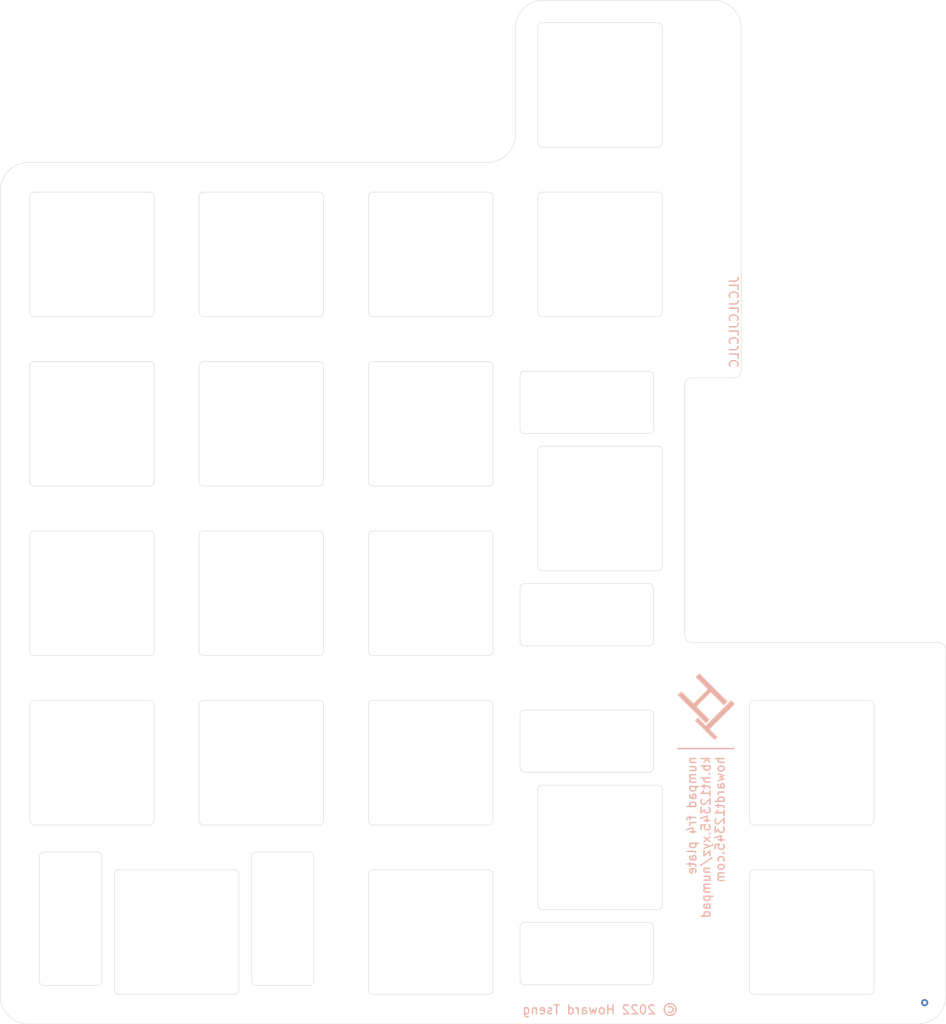
<source format=kicad_pcb>
(kicad_pcb (version 20171130) (host pcbnew "(5.1.10)-1")

  (general
    (thickness 1.6)
    (drawings 234)
    (tracks 1)
    (zones 0)
    (modules 1)
    (nets 1)
  )

  (page A3)
  (layers
    (0 F.Cu signal)
    (31 B.Cu signal)
    (32 B.Adhes user)
    (33 F.Adhes user)
    (34 B.Paste user)
    (35 F.Paste user)
    (36 B.SilkS user)
    (37 F.SilkS user)
    (38 B.Mask user)
    (39 F.Mask user)
    (40 Dwgs.User user)
    (41 Cmts.User user)
    (42 Eco1.User user)
    (43 Eco2.User user)
    (44 Edge.Cuts user)
    (45 Margin user)
    (46 B.CrtYd user)
    (47 F.CrtYd user)
    (48 B.Fab user)
    (49 F.Fab user)
  )

  (setup
    (last_trace_width 0.25)
    (user_trace_width 0.2)
    (user_trace_width 0.254)
    (user_trace_width 0.381)
    (user_trace_width 0.508)
    (user_trace_width 0.8128)
    (trace_clearance 0.2)
    (zone_clearance 0.508)
    (zone_45_only no)
    (trace_min 0.2)
    (via_size 0.8)
    (via_drill 0.4)
    (via_min_size 0.4)
    (via_min_drill 0.3)
    (uvia_size 0.3)
    (uvia_drill 0.1)
    (uvias_allowed no)
    (uvia_min_size 0.2)
    (uvia_min_drill 0.1)
    (edge_width 0.05)
    (segment_width 0.2)
    (pcb_text_width 0.3)
    (pcb_text_size 1.5 1.5)
    (mod_edge_width 0.12)
    (mod_text_size 1 1)
    (mod_text_width 0.15)
    (pad_size 1.524 1.524)
    (pad_drill 0.762)
    (pad_to_mask_clearance 0)
    (aux_axis_origin 0 0)
    (visible_elements 7FFFF7FF)
    (pcbplotparams
      (layerselection 0x010fc_ffffffff)
      (usegerberextensions true)
      (usegerberattributes true)
      (usegerberadvancedattributes true)
      (creategerberjobfile false)
      (excludeedgelayer true)
      (linewidth 0.100000)
      (plotframeref false)
      (viasonmask false)
      (mode 1)
      (useauxorigin false)
      (hpglpennumber 1)
      (hpglpenspeed 20)
      (hpglpendiameter 15.000000)
      (psnegative false)
      (psa4output false)
      (plotreference true)
      (plotvalue true)
      (plotinvisibletext false)
      (padsonsilk false)
      (subtractmaskfromsilk true)
      (outputformat 1)
      (mirror false)
      (drillshape 0)
      (scaleselection 1)
      (outputdirectory "Gerber/Plate/"))
  )

  (net 0 "")

  (net_class Default "This is the default net class."
    (clearance 0.2)
    (trace_width 0.25)
    (via_dia 0.8)
    (via_drill 0.4)
    (uvia_dia 0.3)
    (uvia_drill 0.1)
  )

  (module custom_footprints:logo (layer F.Cu) (tedit 6180ABE0) (tstamp 61E3F438)
    (at 154.7715 139.6912 90)
    (descr "Converted using: svg2mod -i Untitled-1.svg -o ./custom-footprints.pretty/logo -f 1 --name logo")
    (tags svg2mod)
    (attr virtual)
    (fp_text reference logo (at 0 -3.048 90) (layer F.SilkS) hide
      (effects (font (size 1.524 1.524) (thickness 0.3048)))
    )
    (fp_text value G*** (at 0 9.474729 90) (layer F.SilkS) hide
      (effects (font (size 1.524 1.524) (thickness 0.3048)))
    )
    (fp_poly (pts (xy -2.19075 3.172354) (xy -1.296458 2.278063) (xy -1.613958 1.947333) (xy -3.81 4.146021)
      (xy -3.479271 4.474104) (xy -2.590271 3.582458) (xy 0.238125 6.426729) (xy 0.648229 6.013979)
      (xy -2.19075 3.172354)) (layer B.SilkS) (width 0))
    (fp_poly (pts (xy 0.502708 5.606521) (xy 3.677708 2.431521) (xy 3.264958 2.026708) (xy 1.899708 3.394604)
      (xy 0.293687 1.785938) (xy 1.661583 0.415396) (xy 1.246187 0) (xy -1.928813 3.175)
      (xy -1.508125 3.585104) (xy -0.047625 2.119313) (xy 1.561042 3.722688) (xy 0.09525 5.188479)
      (xy 0.502708 5.606521)) (layer B.SilkS) (width 0))
  )

  (gr_line (start 155.5652 103.57785) (end 155.5652 131.7542) (layer Edge.Cuts) (width 0.05) (tstamp 61E3F4BB))
  (gr_line (start 161.9148 101.99045) (end 161.9148 63.496) (layer Edge.Cuts) (width 0.05) (tstamp 61E3F4BA))
  (gr_line (start 184.9321 172.2329) (end 184.9321 133.3416) (layer Edge.Cuts) (width 0.05) (tstamp 61E3F4AE))
  (gr_line (start 154.7715 144.4534) (end 161.1211 144.4534) (layer B.SilkS) (width 0.15) (tstamp 61E3906C))
  (gr_text JLCJLCJLCJLC (at 161.1211 91.2755 90) (layer B.SilkS) (tstamp 61E3F463)
    (effects (font (size 1 1) (thickness 0.15)) (justify left mirror))
  )
  (gr_text howardt12345.com (at 159.5337 145.2471 90) (layer B.SilkS) (tstamp 61E38F6B)
    (effects (font (size 1 1) (thickness 0.15)) (justify left mirror))
  )
  (gr_text kb.ht12345.xyz/numpad (at 157.9463 145.2471 90) (layer B.SilkS) (tstamp 61E38F53)
    (effects (font (size 1 1) (thickness 0.15)) (justify left mirror))
  )
  (gr_text "numpad fr4 plate" (at 156.3589 145.2471 90) (layer B.SilkS) (tstamp 61E38F52)
    (effects (font (size 1 1) (thickness 0.15)) (justify left mirror))
  )
  (gr_text "© 2022 Howard Tseng" (at 146.0408 173.8203) (layer B.SilkS) (tstamp 61E38F23)
    (effects (font (size 1 1) (thickness 0.15)) (justify mirror))
  )
  (gr_line (start 81.7511 175.4077) (end 181.7573 175.4077) (layer Edge.Cuts) (width 0.05) (tstamp 61E37DC3))
  (gr_line (start 184.1384 132.5479) (end 156.3589 132.5479) (layer Edge.Cuts) (width 0.05) (tstamp 61E37DBD))
  (gr_line (start 82.395 81.8965) (end 95.394999 81.8965) (layer Edge.Cuts) (width 0.05))
  (gr_arc (start 95.394999 95.3965) (end 95.394999 95.8965) (angle -90) (layer Edge.Cuts) (width 0.05))
  (gr_line (start 82.395 95.8965) (end 95.394999 95.8965) (layer Edge.Cuts) (width 0.05))
  (gr_line (start 95.894999 82.3965) (end 95.894999 95.3965) (layer Edge.Cuts) (width 0.05))
  (gr_arc (start 82.395 82.3965) (end 82.395 81.8965) (angle -90) (layer Edge.Cuts) (width 0.05))
  (gr_arc (start 95.394999 82.3965) (end 95.894999 82.3965) (angle -90) (layer Edge.Cuts) (width 0.05))
  (gr_arc (start 82.395 95.3965) (end 81.895 95.3965) (angle -90) (layer Edge.Cuts) (width 0.05))
  (gr_line (start 81.895 82.3965) (end 81.895 95.3965) (layer Edge.Cuts) (width 0.05))
  (gr_arc (start 95.394999 101.4465) (end 95.894999 101.4465) (angle -90) (layer Edge.Cuts) (width 0.05))
  (gr_line (start 81.895 101.4465) (end 81.895 114.4465) (layer Edge.Cuts) (width 0.05))
  (gr_line (start 82.395 114.9465) (end 95.394999 114.9465) (layer Edge.Cuts) (width 0.05))
  (gr_arc (start 114.445 101.4465) (end 114.945 101.4465) (angle -90) (layer Edge.Cuts) (width 0.05))
  (gr_line (start 82.395 100.9465) (end 95.394999 100.9465) (layer Edge.Cuts) (width 0.05))
  (gr_arc (start 82.395 101.4465) (end 82.395 100.9465) (angle -90) (layer Edge.Cuts) (width 0.05))
  (gr_arc (start 120.495 101.4465) (end 120.495 100.9465) (angle -90) (layer Edge.Cuts) (width 0.05))
  (gr_arc (start 133.495 101.4465) (end 133.995 101.4465) (angle -90) (layer Edge.Cuts) (width 0.05))
  (gr_line (start 100.945 101.4465) (end 100.945 114.4465) (layer Edge.Cuts) (width 0.05))
  (gr_arc (start 82.395 114.4465) (end 81.895 114.4465) (angle -90) (layer Edge.Cuts) (width 0.05))
  (gr_line (start 95.894999 101.4465) (end 95.894999 114.4465) (layer Edge.Cuts) (width 0.05))
  (gr_line (start 120.495 114.9465) (end 133.495 114.9465) (layer Edge.Cuts) (width 0.05))
  (gr_line (start 114.945 101.4465) (end 114.945 114.4465) (layer Edge.Cuts) (width 0.05))
  (gr_arc (start 101.445 114.4465) (end 100.945 114.4465) (angle -90) (layer Edge.Cuts) (width 0.05))
  (gr_arc (start 101.445 101.4465) (end 101.445 100.9465) (angle -90) (layer Edge.Cuts) (width 0.05))
  (gr_line (start 120.495 100.9465) (end 133.495 100.9465) (layer Edge.Cuts) (width 0.05))
  (gr_line (start 133.995 101.4465) (end 133.995 114.4465) (layer Edge.Cuts) (width 0.05))
  (gr_line (start 101.445 114.9465) (end 114.445 114.9465) (layer Edge.Cuts) (width 0.05))
  (gr_line (start 101.445 100.9465) (end 114.445 100.9465) (layer Edge.Cuts) (width 0.05))
  (gr_line (start 119.995 101.4465) (end 119.995 114.4465) (layer Edge.Cuts) (width 0.05))
  (gr_arc (start 133.495 114.4465) (end 133.495 114.9465) (angle -90) (layer Edge.Cuts) (width 0.05))
  (gr_arc (start 120.495 114.4465) (end 119.995 114.4465) (angle -90) (layer Edge.Cuts) (width 0.05))
  (gr_arc (start 114.445 114.4465) (end 114.445 114.9465) (angle -90) (layer Edge.Cuts) (width 0.05))
  (gr_arc (start 95.394999 114.4465) (end 95.394999 114.9465) (angle -90) (layer Edge.Cuts) (width 0.05))
  (gr_line (start 133.995 139.5465) (end 133.995 152.5465) (layer Edge.Cuts) (width 0.05))
  (gr_line (start 114.945 139.5465) (end 114.945 152.5465) (layer Edge.Cuts) (width 0.05))
  (gr_line (start 100.945 139.5465) (end 100.945 152.5465) (layer Edge.Cuts) (width 0.05))
  (gr_arc (start 114.445 152.5465) (end 114.445 153.0465) (angle -90) (layer Edge.Cuts) (width 0.05))
  (gr_line (start 101.445 153.0465) (end 114.445 153.0465) (layer Edge.Cuts) (width 0.05))
  (gr_arc (start 101.445 152.5465) (end 100.945 152.5465) (angle -90) (layer Edge.Cuts) (width 0.05))
  (gr_arc (start 120.495 152.5465) (end 119.995 152.5465) (angle -90) (layer Edge.Cuts) (width 0.05))
  (gr_line (start 120.495 153.0465) (end 133.495 153.0465) (layer Edge.Cuts) (width 0.05))
  (gr_line (start 119.995 139.5465) (end 119.995 152.5465) (layer Edge.Cuts) (width 0.05))
  (gr_arc (start 133.495 152.5465) (end 133.495 153.0465) (angle -90) (layer Edge.Cuts) (width 0.05))
  (gr_line (start 120.495 139.0465) (end 133.495 139.0465) (layer Edge.Cuts) (width 0.05))
  (gr_arc (start 114.445 139.5465) (end 114.945 139.5465) (angle -90) (layer Edge.Cuts) (width 0.05))
  (gr_arc (start 120.495 139.5465) (end 120.495 139.0465) (angle -90) (layer Edge.Cuts) (width 0.05))
  (gr_arc (start 101.445 139.5465) (end 101.445 139.0465) (angle -90) (layer Edge.Cuts) (width 0.05))
  (gr_arc (start 133.495 139.5465) (end 133.995 139.5465) (angle -90) (layer Edge.Cuts) (width 0.05))
  (gr_arc (start 95.394999 152.5465) (end 95.394999 153.0465) (angle -90) (layer Edge.Cuts) (width 0.05))
  (gr_arc (start 82.395 152.5465) (end 81.895 152.5465) (angle -90) (layer Edge.Cuts) (width 0.05))
  (gr_arc (start 114.445 133.4965) (end 114.445 133.9965) (angle -90) (layer Edge.Cuts) (width 0.05))
  (gr_line (start 114.945 120.4965) (end 114.945 133.4965) (layer Edge.Cuts) (width 0.05))
  (gr_line (start 100.945 120.4965) (end 100.945 133.4965) (layer Edge.Cuts) (width 0.05))
  (gr_arc (start 82.395 139.5465) (end 82.395 139.0465) (angle -90) (layer Edge.Cuts) (width 0.05))
  (gr_arc (start 120.495 133.4965) (end 119.995 133.4965) (angle -90) (layer Edge.Cuts) (width 0.05))
  (gr_line (start 101.445 139.0465) (end 114.445 139.0465) (layer Edge.Cuts) (width 0.05))
  (gr_arc (start 133.495 120.4965) (end 133.995 120.4965) (angle -90) (layer Edge.Cuts) (width 0.05))
  (gr_line (start 82.395 153.0465) (end 95.394999 153.0465) (layer Edge.Cuts) (width 0.05))
  (gr_line (start 120.495 133.9965) (end 133.495 133.9965) (layer Edge.Cuts) (width 0.05))
  (gr_arc (start 101.445 133.4965) (end 100.945 133.4965) (angle -90) (layer Edge.Cuts) (width 0.05))
  (gr_arc (start 114.445 120.4965) (end 114.945 120.4965) (angle -90) (layer Edge.Cuts) (width 0.05))
  (gr_arc (start 133.495 133.4965) (end 133.495 133.9965) (angle -90) (layer Edge.Cuts) (width 0.05))
  (gr_arc (start 120.495 120.4965) (end 120.495 119.9965) (angle -90) (layer Edge.Cuts) (width 0.05))
  (gr_arc (start 95.394999 139.5465) (end 95.894999 139.5465) (angle -90) (layer Edge.Cuts) (width 0.05))
  (gr_line (start 133.995 120.4965) (end 133.995 133.4965) (layer Edge.Cuts) (width 0.05))
  (gr_line (start 81.895 139.5465) (end 81.895 152.5465) (layer Edge.Cuts) (width 0.05))
  (gr_line (start 119.995 120.4965) (end 119.995 133.4965) (layer Edge.Cuts) (width 0.05))
  (gr_line (start 120.495 119.9965) (end 133.495 119.9965) (layer Edge.Cuts) (width 0.05))
  (gr_line (start 82.395 139.0465) (end 95.394999 139.0465) (layer Edge.Cuts) (width 0.05))
  (gr_arc (start 101.445 120.4965) (end 101.445 119.9965) (angle -90) (layer Edge.Cuts) (width 0.05))
  (gr_line (start 95.894999 139.5465) (end 95.894999 152.5465) (layer Edge.Cuts) (width 0.05))
  (gr_line (start 101.445 133.9965) (end 114.445 133.9965) (layer Edge.Cuts) (width 0.05))
  (gr_arc (start 95.394999 120.4965) (end 95.894999 120.4965) (angle -90) (layer Edge.Cuts) (width 0.05))
  (gr_arc (start 82.395 133.4965) (end 81.895 133.4965) (angle -90) (layer Edge.Cuts) (width 0.05))
  (gr_line (start 81.895 120.4965) (end 81.895 133.4965) (layer Edge.Cuts) (width 0.05))
  (gr_line (start 101.445 119.9965) (end 114.445 119.9965) (layer Edge.Cuts) (width 0.05))
  (gr_line (start 82.395 119.9965) (end 95.394999 119.9965) (layer Edge.Cuts) (width 0.05))
  (gr_arc (start 82.395 120.4965) (end 82.395 119.9965) (angle -90) (layer Edge.Cuts) (width 0.05))
  (gr_line (start 95.894999 120.4965) (end 95.894999 133.4965) (layer Edge.Cuts) (width 0.05))
  (gr_arc (start 95.394999 133.4965) (end 95.394999 133.9965) (angle -90) (layer Edge.Cuts) (width 0.05))
  (gr_line (start 82.395 133.9965) (end 95.394999 133.9965) (layer Edge.Cuts) (width 0.05))
  (gr_arc (start 114.445 95.3965) (end 114.445 95.8965) (angle -90) (layer Edge.Cuts) (width 0.05))
  (gr_line (start 101.445 81.8965) (end 114.445 81.8965) (layer Edge.Cuts) (width 0.05))
  (gr_arc (start 101.445 95.3965) (end 100.945 95.3965) (angle -90) (layer Edge.Cuts) (width 0.05))
  (gr_line (start 119.995 82.3965) (end 119.995 95.3965) (layer Edge.Cuts) (width 0.05))
  (gr_line (start 100.945 82.3965) (end 100.945 95.3965) (layer Edge.Cuts) (width 0.05))
  (gr_line (start 114.945 82.3965) (end 114.945 95.3965) (layer Edge.Cuts) (width 0.05))
  (gr_line (start 133.995 82.3965) (end 133.995 95.3965) (layer Edge.Cuts) (width 0.05))
  (gr_line (start 120.495 81.8965) (end 133.495 81.8965) (layer Edge.Cuts) (width 0.05))
  (gr_line (start 101.445 95.8965) (end 114.445 95.8965) (layer Edge.Cuts) (width 0.05))
  (gr_arc (start 120.495 82.3965) (end 120.495 81.8965) (angle -90) (layer Edge.Cuts) (width 0.05))
  (gr_arc (start 101.445 82.3965) (end 101.445 81.8965) (angle -90) (layer Edge.Cuts) (width 0.05))
  (gr_arc (start 114.445 82.3965) (end 114.945 82.3965) (angle -90) (layer Edge.Cuts) (width 0.05))
  (gr_line (start 120.495 95.8965) (end 133.495 95.8965) (layer Edge.Cuts) (width 0.05))
  (gr_arc (start 152.545 95.3965) (end 152.545 95.8965) (angle -90) (layer Edge.Cuts) (width 0.05))
  (gr_arc (start 139.545 95.3965) (end 139.045 95.3965) (angle -90) (layer Edge.Cuts) (width 0.05))
  (gr_arc (start 152.545 82.3965) (end 153.045 82.3965) (angle -90) (layer Edge.Cuts) (width 0.05))
  (gr_line (start 139.545 95.8965) (end 152.545 95.8965) (layer Edge.Cuts) (width 0.05))
  (gr_arc (start 139.545 82.3965) (end 139.545 81.8965) (angle -90) (layer Edge.Cuts) (width 0.05))
  (gr_line (start 139.545 81.8965) (end 152.545 81.8965) (layer Edge.Cuts) (width 0.05))
  (gr_arc (start 133.495 95.3965) (end 133.495 95.8965) (angle -90) (layer Edge.Cuts) (width 0.05))
  (gr_line (start 139.045 82.3965) (end 139.045 95.3965) (layer Edge.Cuts) (width 0.05))
  (gr_line (start 153.045 82.3965) (end 153.045 95.3965) (layer Edge.Cuts) (width 0.05))
  (gr_arc (start 120.495 95.3965) (end 119.995 95.3965) (angle -90) (layer Edge.Cuts) (width 0.05))
  (gr_arc (start 133.495 82.3965) (end 133.995 82.3965) (angle -90) (layer Edge.Cuts) (width 0.05))
  (gr_arc (start 139.545 76.346199) (end 139.045 76.346199) (angle -90) (layer Edge.Cuts) (width 0.05))
  (gr_line (start 139.045 63.3462) (end 139.045 76.346199) (layer Edge.Cuts) (width 0.05))
  (gr_line (start 139.545 76.846199) (end 152.545 76.846199) (layer Edge.Cuts) (width 0.05))
  (gr_line (start 153.045 63.3462) (end 153.045 76.346199) (layer Edge.Cuts) (width 0.05))
  (gr_line (start 139.545 62.8462) (end 152.545 62.8462) (layer Edge.Cuts) (width 0.05))
  (gr_arc (start 139.545 63.3462) (end 139.545 62.8462) (angle -90) (layer Edge.Cuts) (width 0.05))
  (gr_arc (start 152.545 76.346199) (end 152.545 76.846199) (angle -90) (layer Edge.Cuts) (width 0.05))
  (gr_arc (start 152.545 63.3462) (end 153.045 63.3462) (angle -90) (layer Edge.Cuts) (width 0.05))
  (gr_arc (start 176.3575 152.5465) (end 176.3575 153.0465) (angle -90) (layer Edge.Cuts) (width 0.05))
  (gr_line (start 163.3575 172.0965) (end 176.3575 172.0965) (layer Edge.Cuts) (width 0.05))
  (gr_line (start 162.8575 158.5965) (end 162.8575 171.5965) (layer Edge.Cuts) (width 0.05))
  (gr_arc (start 176.3575 158.5965) (end 176.8575 158.5965) (angle -90) (layer Edge.Cuts) (width 0.05))
  (gr_arc (start 176.3575 171.5965) (end 176.3575 172.0965) (angle -90) (layer Edge.Cuts) (width 0.05))
  (gr_arc (start 163.3575 158.5965) (end 163.3575 158.0965) (angle -90) (layer Edge.Cuts) (width 0.05))
  (gr_arc (start 163.3575 171.5965) (end 162.8575 171.5965) (angle -90) (layer Edge.Cuts) (width 0.05))
  (gr_line (start 176.8575 158.5965) (end 176.8575 171.5965) (layer Edge.Cuts) (width 0.05))
  (gr_line (start 163.3575 158.0965) (end 176.3575 158.0965) (layer Edge.Cuts) (width 0.05))
  (gr_arc (start 163.3575 152.5465) (end 162.8575 152.5465) (angle -90) (layer Edge.Cuts) (width 0.05))
  (gr_line (start 176.8575 139.5465) (end 176.8575 152.5465) (layer Edge.Cuts) (width 0.05))
  (gr_line (start 163.3575 153.0465) (end 176.3575 153.0465) (layer Edge.Cuts) (width 0.05))
  (gr_arc (start 163.3575 139.5465) (end 163.3575 139.0465) (angle -90) (layer Edge.Cuts) (width 0.05))
  (gr_arc (start 176.3575 139.5465) (end 176.8575 139.5465) (angle -90) (layer Edge.Cuts) (width 0.05))
  (gr_line (start 163.3575 139.0465) (end 176.3575 139.0465) (layer Edge.Cuts) (width 0.05))
  (gr_line (start 162.8575 139.5465) (end 162.8575 152.5465) (layer Edge.Cuts) (width 0.05))
  (gr_line (start 120.495 158.0965) (end 133.495 158.0965) (layer Edge.Cuts) (width 0.05))
  (gr_line (start 133.995 158.5965) (end 133.995 171.5965) (layer Edge.Cuts) (width 0.05))
  (gr_line (start 119.995 158.5965) (end 119.995 171.5965) (layer Edge.Cuts) (width 0.05))
  (gr_arc (start 133.495 171.5965) (end 133.495 172.0965) (angle -90) (layer Edge.Cuts) (width 0.05))
  (gr_arc (start 133.495 158.5965) (end 133.995 158.5965) (angle -90) (layer Edge.Cuts) (width 0.05))
  (gr_arc (start 120.495 171.5965) (end 119.995 171.5965) (angle -90) (layer Edge.Cuts) (width 0.05))
  (gr_line (start 120.495 172.0965) (end 133.495 172.0965) (layer Edge.Cuts) (width 0.05))
  (gr_arc (start 120.495 158.5965) (end 120.495 158.0965) (angle -90) (layer Edge.Cuts) (width 0.05))
  (gr_arc (start 91.9176 171.5827) (end 91.4176 171.5827) (angle -90) (layer Edge.Cuts) (width 0.05))
  (gr_arc (start 91.9176 158.5827) (end 91.9176 158.0827) (angle -90) (layer Edge.Cuts) (width 0.05))
  (gr_line (start 105.4176 171.5827) (end 105.4176 158.5827) (layer Edge.Cuts) (width 0.05))
  (gr_line (start 104.9176 172.0827) (end 91.9176 172.0827) (layer Edge.Cuts) (width 0.05))
  (gr_line (start 91.4176 171.5827) (end 91.4176 158.5827) (layer Edge.Cuts) (width 0.05))
  (gr_arc (start 104.9176 171.5827) (end 104.9176 172.0827) (angle -90) (layer Edge.Cuts) (width 0.05))
  (gr_line (start 104.9176 158.0827) (end 91.9176 158.0827) (layer Edge.Cuts) (width 0.05))
  (gr_arc (start 104.9176 158.5827) (end 105.4176 158.5827) (angle -90) (layer Edge.Cuts) (width 0.05))
  (gr_line (start 139.045 149.0715) (end 139.045 162.0715) (layer Edge.Cuts) (width 0.05))
  (gr_line (start 153.045 149.0715) (end 153.045 162.0715) (layer Edge.Cuts) (width 0.05))
  (gr_arc (start 139.545 162.0715) (end 139.045 162.0715) (angle -90) (layer Edge.Cuts) (width 0.05))
  (gr_arc (start 139.545 149.0715) (end 139.545 148.5715) (angle -90) (layer Edge.Cuts) (width 0.05))
  (gr_line (start 152.545 162.5715) (end 139.545 162.5715) (layer Edge.Cuts) (width 0.05))
  (gr_arc (start 152.545 149.0715) (end 153.045 149.0715) (angle -90) (layer Edge.Cuts) (width 0.05))
  (gr_line (start 152.545 148.5715) (end 139.545 148.5715) (layer Edge.Cuts) (width 0.05))
  (gr_arc (start 152.545 162.0715) (end 152.545 162.5715) (angle -90) (layer Edge.Cuts) (width 0.05))
  (gr_arc (start 139.545 110.9715) (end 139.545 110.4715) (angle -90) (layer Edge.Cuts) (width 0.05))
  (gr_arc (start 152.545 123.9715) (end 152.545 124.4715) (angle -90) (layer Edge.Cuts) (width 0.05))
  (gr_line (start 153.045 110.9715) (end 153.045 123.9715) (layer Edge.Cuts) (width 0.05))
  (gr_line (start 152.545 124.4715) (end 139.545 124.4715) (layer Edge.Cuts) (width 0.05))
  (gr_arc (start 139.545 123.9715) (end 139.045 123.9715) (angle -90) (layer Edge.Cuts) (width 0.05))
  (gr_line (start 139.045 110.9715) (end 139.045 123.9715) (layer Edge.Cuts) (width 0.05))
  (gr_arc (start 152.545 110.9715) (end 153.045 110.9715) (angle -90) (layer Edge.Cuts) (width 0.05))
  (gr_line (start 152.545 110.4715) (end 139.545 110.4715) (layer Edge.Cuts) (width 0.05))
  (gr_line (start 139.6912 60.3212) (end 158.74 60.3212) (layer Edge.Cuts) (width 0.05) (tstamp 619B0258))
  (gr_line (start 156.3589 102.78415) (end 161.1211 102.78415) (layer Edge.Cuts) (width 0.05) (tstamp 619B0250))
  (gr_arc (start 158.74 63.496) (end 161.9148 63.496) (angle -90) (layer Edge.Cuts) (width 0.05))
  (gr_arc (start 161.1211 101.99045) (end 161.1211 102.78415) (angle -90) (layer Edge.Cuts) (width 0.05))
  (gr_arc (start 156.3589 103.57785) (end 156.3589 102.78415) (angle -90) (layer Edge.Cuts) (width 0.05))
  (gr_arc (start 184.1384 133.3416) (end 184.9321 133.3416) (angle -90) (layer Edge.Cuts) (width 0.05))
  (gr_arc (start 156.3589 131.7542) (end 155.5652 131.7542) (angle -90) (layer Edge.Cuts) (width 0.05))
  (gr_arc (start 107.3556 156.5827) (end 107.3556 156.0827) (angle -90) (layer Edge.Cuts) (width 0.05))
  (gr_arc (start 113.355601 156.5827) (end 113.855601 156.5827) (angle -90) (layer Edge.Cuts) (width 0.05))
  (gr_arc (start 107.3556 170.5827) (end 106.8556 170.5827) (angle -90) (layer Edge.Cuts) (width 0.05))
  (gr_arc (start 113.355601 170.5827) (end 113.355601 171.0827) (angle -90) (layer Edge.Cuts) (width 0.05))
  (gr_line (start 106.8556 170.5827) (end 106.8556 156.5827) (layer Edge.Cuts) (width 0.05))
  (gr_line (start 113.855601 170.5827) (end 113.855601 156.5827) (layer Edge.Cuts) (width 0.05))
  (gr_line (start 113.355601 156.0827) (end 107.3556 156.0827) (layer Edge.Cuts) (width 0.05))
  (gr_line (start 113.355601 171.0827) (end 107.3556 171.0827) (layer Edge.Cuts) (width 0.05))
  (gr_arc (start 83.4796 156.5827) (end 83.4796 156.0827) (angle -90) (layer Edge.Cuts) (width 0.05))
  (gr_arc (start 89.4796 156.5827) (end 89.9796 156.5827) (angle -90) (layer Edge.Cuts) (width 0.05))
  (gr_arc (start 83.4796 170.5827) (end 82.9796 170.5827) (angle -90) (layer Edge.Cuts) (width 0.05))
  (gr_arc (start 89.4796 170.5827) (end 89.4796 171.0827) (angle -90) (layer Edge.Cuts) (width 0.05))
  (gr_line (start 82.9796 170.5827) (end 82.9796 156.5827) (layer Edge.Cuts) (width 0.05))
  (gr_line (start 89.9796 170.5827) (end 89.9796 156.5827) (layer Edge.Cuts) (width 0.05))
  (gr_line (start 89.4796 156.0827) (end 83.4796 156.0827) (layer Edge.Cuts) (width 0.05))
  (gr_line (start 89.4796 171.0827) (end 83.4796 171.0827) (layer Edge.Cuts) (width 0.05))
  (gr_arc (start 137.545 146.6335) (end 137.045 146.6335) (angle -90) (layer Edge.Cuts) (width 0.05))
  (gr_arc (start 137.545 140.6335) (end 137.545 140.1335) (angle -90) (layer Edge.Cuts) (width 0.05))
  (gr_arc (start 151.545 146.6335) (end 151.545 147.1335) (angle -90) (layer Edge.Cuts) (width 0.05))
  (gr_arc (start 151.545 140.6335) (end 152.045 140.6335) (angle -90) (layer Edge.Cuts) (width 0.05))
  (gr_line (start 151.545 147.1335) (end 137.545 147.1335) (layer Edge.Cuts) (width 0.05))
  (gr_line (start 151.545 140.1335) (end 137.545 140.1335) (layer Edge.Cuts) (width 0.05))
  (gr_line (start 137.045 140.6335) (end 137.045 146.6335) (layer Edge.Cuts) (width 0.05))
  (gr_line (start 152.045 140.6335) (end 152.045 146.6335) (layer Edge.Cuts) (width 0.05))
  (gr_arc (start 137.545 170.5095) (end 137.045 170.5095) (angle -90) (layer Edge.Cuts) (width 0.05))
  (gr_arc (start 137.545 164.5095) (end 137.545 164.0095) (angle -90) (layer Edge.Cuts) (width 0.05))
  (gr_arc (start 151.545 170.5095) (end 151.545 171.0095) (angle -90) (layer Edge.Cuts) (width 0.05))
  (gr_arc (start 151.545 164.5095) (end 152.045 164.5095) (angle -90) (layer Edge.Cuts) (width 0.05))
  (gr_line (start 151.545 171.0095) (end 137.545 171.0095) (layer Edge.Cuts) (width 0.05))
  (gr_line (start 151.545 164.0095) (end 137.545 164.0095) (layer Edge.Cuts) (width 0.05))
  (gr_line (start 137.045 164.5095) (end 137.045 170.5095) (layer Edge.Cuts) (width 0.05))
  (gr_line (start 152.045 164.5095) (end 152.045 170.5095) (layer Edge.Cuts) (width 0.05))
  (gr_arc (start 137.545 108.5335) (end 137.045 108.5335) (angle -90) (layer Edge.Cuts) (width 0.05))
  (gr_arc (start 137.545 102.5335) (end 137.545 102.0335) (angle -90) (layer Edge.Cuts) (width 0.05))
  (gr_arc (start 151.545 108.5335) (end 151.545 109.0335) (angle -90) (layer Edge.Cuts) (width 0.05))
  (gr_arc (start 151.545 102.5335) (end 152.045 102.5335) (angle -90) (layer Edge.Cuts) (width 0.05))
  (gr_line (start 151.545 109.0335) (end 137.545 109.0335) (layer Edge.Cuts) (width 0.05))
  (gr_line (start 151.545 102.0335) (end 137.545 102.0335) (layer Edge.Cuts) (width 0.05))
  (gr_line (start 137.045 102.5335) (end 137.045 108.5335) (layer Edge.Cuts) (width 0.05))
  (gr_line (start 152.045 102.5335) (end 152.045 108.5335) (layer Edge.Cuts) (width 0.05))
  (gr_arc (start 137.545 132.4095) (end 137.045 132.4095) (angle -90) (layer Edge.Cuts) (width 0.05))
  (gr_arc (start 137.545 126.4095) (end 137.545 125.9095) (angle -90) (layer Edge.Cuts) (width 0.05))
  (gr_arc (start 151.545 132.4095) (end 151.545 132.9095) (angle -90) (layer Edge.Cuts) (width 0.05))
  (gr_arc (start 151.545 126.4095) (end 152.045 126.4095) (angle -90) (layer Edge.Cuts) (width 0.05))
  (gr_line (start 151.545 132.9095) (end 137.545 132.9095) (layer Edge.Cuts) (width 0.05))
  (gr_line (start 151.545 125.9095) (end 137.545 125.9095) (layer Edge.Cuts) (width 0.05))
  (gr_line (start 137.045 126.4095) (end 137.045 132.4095) (layer Edge.Cuts) (width 0.05))
  (gr_line (start 152.045 126.4095) (end 152.045 132.4095) (layer Edge.Cuts) (width 0.05))
  (gr_line (start 78.5763 81.7511) (end 78.5763 172.2329) (layer Edge.Cuts) (width 0.05) (tstamp 61A084FB))
  (gr_line (start 133.3416 78.5763) (end 81.7511 78.5763) (layer Edge.Cuts) (width 0.05) (tstamp 61A084FA))
  (gr_line (start 136.5164 63.496) (end 136.5164 75.4015) (layer Edge.Cuts) (width 0.05) (tstamp 61A084F9))
  (gr_arc (start 139.6912 63.496) (end 139.6912 60.3212) (angle -90) (layer Edge.Cuts) (width 0.05))
  (gr_arc (start 133.3416 75.4015) (end 133.3416 78.5763) (angle -90) (layer Edge.Cuts) (width 0.05))
  (gr_arc (start 181.7573 172.2329) (end 181.7573 175.4077) (angle -90) (layer Edge.Cuts) (width 0.05))
  (gr_arc (start 81.7511 172.2329) (end 78.5763 172.2329) (angle -90) (layer Edge.Cuts) (width 0.05))
  (gr_arc (start 81.7511 81.7511) (end 81.7511 78.5763) (angle -90) (layer Edge.Cuts) (width 0.05))

  (via (at 182.551 173.0266) (size 0.8) (drill 0.4) (layers F.Cu B.Cu) (net 0))

)

</source>
